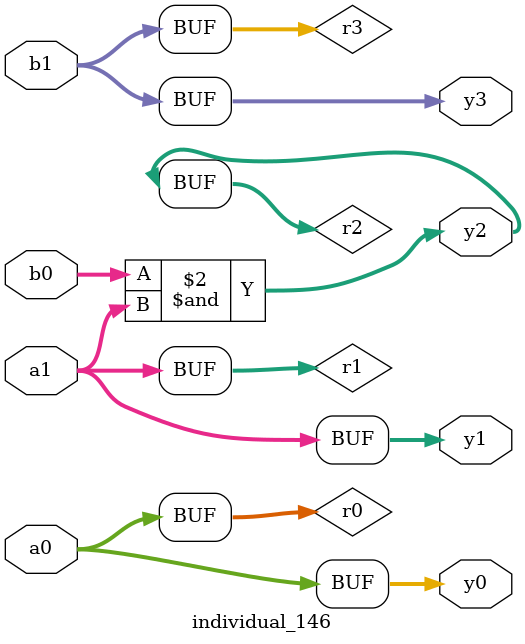
<source format=sv>
module individual_146(input logic [15:0] a1, input logic [15:0] a0, input logic [15:0] b1, input logic [15:0] b0, output logic [15:0] y3, output logic [15:0] y2, output logic [15:0] y1, output logic [15:0] y0);
logic [15:0] r0, r1, r2, r3; 
 always@(*) begin 
	 r0 = a0; r1 = a1; r2 = b0; r3 = b1; 
 	 r2  &=  a1 ;
 	 y3 = r3; y2 = r2; y1 = r1; y0 = r0; 
end
endmodule
</source>
